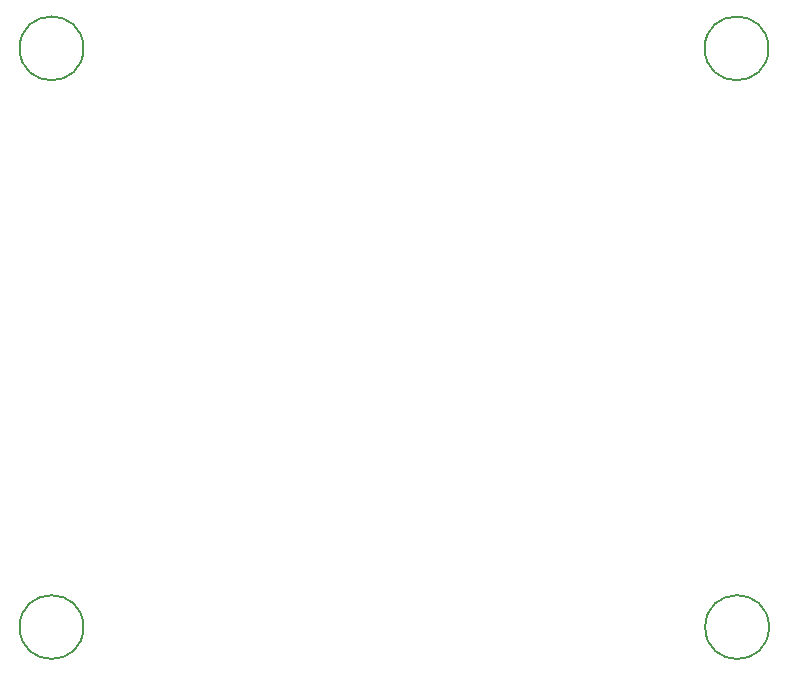
<source format=gbr>
%TF.GenerationSoftware,KiCad,Pcbnew,(7.0.0-0)*%
%TF.CreationDate,2023-04-10T19:10:16-05:00*%
%TF.ProjectId,ras_pi_supercap_ups,7261735f-7069-45f7-9375-706572636170,rev?*%
%TF.SameCoordinates,Original*%
%TF.FileFunction,Other,Comment*%
%FSLAX46Y46*%
G04 Gerber Fmt 4.6, Leading zero omitted, Abs format (unit mm)*
G04 Created by KiCad (PCBNEW (7.0.0-0)) date 2023-04-10 19:10:16*
%MOMM*%
%LPD*%
G01*
G04 APERTURE LIST*
%ADD10C,0.150000*%
G04 APERTURE END LIST*
D10*
%TO.C,H1*%
X56200000Y-103500000D02*
G75*
G03*
X56200000Y-103500000I-2700000J0D01*
G01*
%TO.C,H2*%
X114200000Y-103500000D02*
G75*
G03*
X114200000Y-103500000I-2700000J0D01*
G01*
%TO.C,H4*%
X114240000Y-152500000D02*
G75*
G03*
X114240000Y-152500000I-2700000J0D01*
G01*
%TO.C,H3*%
X56200000Y-152500000D02*
G75*
G03*
X56200000Y-152500000I-2700000J0D01*
G01*
%TD*%
M02*

</source>
